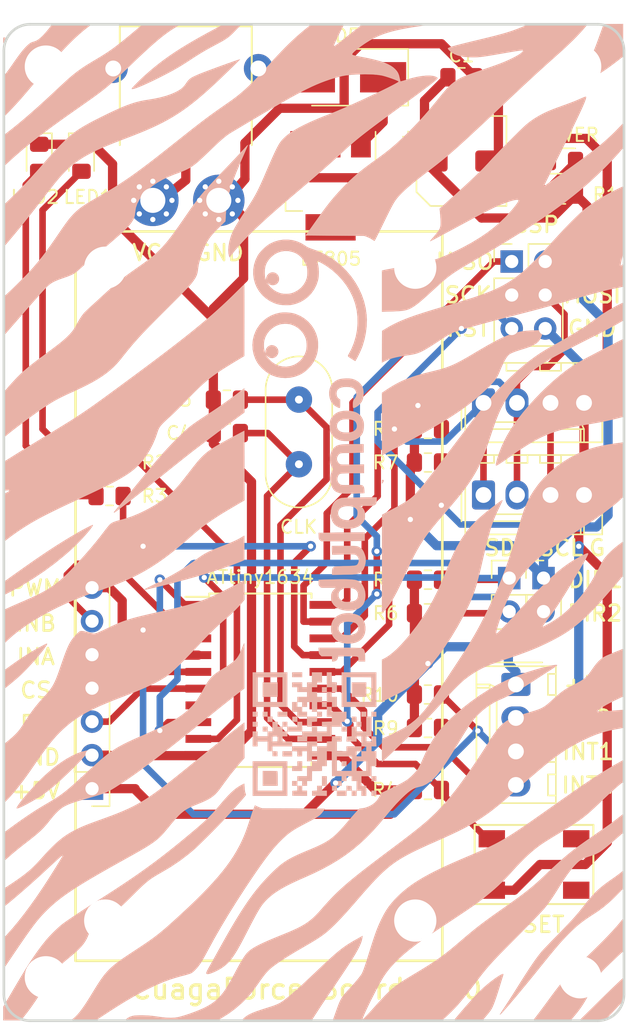
<source format=kicad_pcb>
(kicad_pcb (version 20171130) (host pcbnew 5.0.2-bee76a0~70~ubuntu16.04.1)
  (layers (0 F.Cu signal) (31 B.Cu signal) (34 B.Paste user hide) (35 F.Paste user hide) (36 B.SilkS user hide) (37 F.SilkS user) (38 B.Mask user) (39 F.Mask user) (44 Edge.Cuts user))
  (net 0 "")
  (net 1 +5V)
  (net 2 Earth)
  (net 3 "Net-(C3-Pad2)")
  (net 4 "Net-(C4-Pad2)")
  (net 5 "Net-(D1-Pad2)")
  (net 6 "Net-(D2-Pad2)")
  (net 7 RESET)
  (net 8 VPP)
  (net 9 SCK-SCL)
  (net 10 CS)
  (net 11 PWM)
  (net 12 "Net-(R2-Pad1)")
  (net 13 INT2)
  (net 14 INT1)
  (net 15 "Net-(D0-Pad2)")
  (net 16 "Net-(D5-Pad1)")
  (net 17 MISO)
  (net 18 MOSI-SDA)
  (net 19 DIRECTION2)
  (net 20 DIRECTION1)
  (net 21 ENABLE)
  (net 22 INA)
  (net 23 INB)
  (net 24 "Net-(R3-Pad1)")
  (net 25 HANDSHAKE)
  (module Connector_PinHeader_2.54mm:PinHeader_2x03_P2.54mm_Vertical (layer F.Cu) (at 130.81 49.53)
    (fp_text reference ICSP (at 1.524 -2.794) (layer F.SilkS) (effects (font (size 1.2 1.2) (thickness 0.2))))
    (fp_text value ICSP)
    (pad 1 thru_hole rect (at 0 0) (size 1.7 1.7) (drill 1) (layers *.Cu *.Mask) (net 17 MISO))
    (pad 2 thru_hole oval (at 2.54 0) (size 1.7 1.7) (drill 1) (layers *.Cu *.Mask) (net 1 +5V))
    (pad 3 thru_hole oval (at 0 2.54) (size 1.7 1.7) (drill 1) (layers *.Cu *.Mask) (net 9 SCK-SCL))
    (pad 4 thru_hole oval (at 2.54 2.54) (size 1.7 1.7) (drill 1) (layers *.Cu *.Mask) (net 18 MOSI-SDA))
    (pad 5 thru_hole oval (at 0 5.08) (size 1.7 1.7) (drill 1) (layers *.Cu *.Mask) (net 7 RESET))
    (pad 6 thru_hole oval (at 2.54 5.08) (size 1.7 1.7) (drill 1) (layers *.Cu *.Mask) (net 2 Earth))
  )
  (module proyectoAjeno:XT30PW-F (layer F.Cu) (at 106.108 44.8945)
    (fp_text reference " " hide)
    (fp_text value XT30)
    (pad 2 thru_hole circle (at -2.5 0) (size 3.9 3.9) (drill 1.9) (layers *.Cu *.Mask) (net 8 VPP))
    (pad 1 thru_hole circle (at 2.5 0) (size 3.9 3.9) (drill 1.9) (layers *.Cu *.Mask) (net 2 Earth))
    (pad "" thru_hole circle (at 5.5 -10) (size 2.2 2.2) (drill 1.2) (layers *.Cu *.Mask))
    (pad "" thru_hole circle (at -5.5 -10) (size 2.2 2.2) (drill 1.2) (layers *.Cu *.Mask))
    (pad "" thru_hole circle (at -3.95 0) (size 0.6 0.6) (drill 0.4) (layers *.Cu *.Mask))
    (pad "" thru_hole circle (at -3.525 1.025) (size 0.6 0.6) (drill 0.4) (layers *.Cu *.Mask))
    (pad "" thru_hole circle (at -2.5 1.45) (size 0.6 0.6) (drill 0.4) (layers *.Cu *.Mask))
    (pad "" thru_hole circle (at -1.05 0) (size 0.6 0.6) (drill 0.4) (layers *.Cu *.Mask))
    (pad "" thru_hole circle (at -1.475 1.025) (size 0.6 0.6) (drill 0.4) (layers *.Cu *.Mask))
    (pad "" thru_hole circle (at -1.475 -1.025) (size 0.6 0.6) (drill 0.4) (layers *.Cu *.Mask))
    (pad "" thru_hole circle (at -2.5 -1.45) (size 0.6 0.6) (drill 0.4) (layers *.Cu *.Mask))
    (pad "" thru_hole circle (at -3.525 -1.025) (size 0.6 0.6) (drill 0.4) (layers *.Cu *.Mask))
    (pad "" thru_hole circle (at 3.95 0) (size 0.6 0.6) (drill 0.4) (layers *.Cu *.Mask))
    (pad "" thru_hole circle (at 3.525 1.025) (size 0.6 0.6) (drill 0.4) (layers *.Cu *.Mask))
    (pad "" thru_hole circle (at 2.5 1.45) (size 0.6 0.6) (drill 0.4) (layers *.Cu *.Mask))
    (pad "" thru_hole circle (at 1.475 1.025) (size 0.6 0.6) (drill 0.4) (layers *.Cu *.Mask))
    (pad "" thru_hole circle (at 1.05 0) (size 0.6 0.6) (drill 0.4) (layers *.Cu *.Mask))
    (pad "" thru_hole circle (at 1.475 -1.025) (size 0.6 0.6) (drill 0.4) (layers *.Cu *.Mask))
    (pad "" thru_hole circle (at 2.5 -1.45) (size 0.6 0.6) (drill 0.4) (layers *.Cu *.Mask))
    (pad "" thru_hole circle (at 3.525 -1.025) (size 0.6 0.6) (drill 0.4) (layers *.Cu *.Mask))
  )
  (module Resistor_SMD:R_0805_2012Metric_Pad1.15x1.40mm_HandSolder (layer F.Cu) (at 124.46 82.3595)
    (fp_text reference R10 (at -3.6576 0.0381) (layer F.SilkS))
    (fp_text value R10K)
    (pad 2 smd roundrect (at 1.025 0) (size 1.15 1.4) (layers F.Cu F.Paste F.Mask) (roundrect_rratio 0.217391) (net 14 INT1))
    (pad 1 smd roundrect (at -1.025 0) (size 1.15 1.4) (layers F.Cu F.Paste F.Mask) (roundrect_rratio 0.217391) (net 1 +5V))
  )
  (module Capacitor_SMD:C_0805_2012Metric_Pad1.15x1.40mm_HandSolder (layer F.Cu) (at 127 35.56)
    (fp_text reference C1 (at 0 -1.65) (layer F.SilkS))
    (fp_text value C100nF)
    (pad 1 smd roundrect (at -1.025 0) (size 1.15 1.4) (layers F.Cu F.Paste F.Mask) (roundrect_rratio 0.217391) (net 1 +5V))
    (pad 2 smd roundrect (at 1.025 0) (size 1.15 1.4) (layers F.Cu F.Paste F.Mask) (roundrect_rratio 0.217391) (net 2 Earth))
  )
  (module Capacitor_SMD:CP_Elec_6.3x5.3 (layer F.Cu) (at 127 41.91)
    (fp_text reference C2 (at 0 -4.35) (layer F.SilkS))
    (fp_text value CP47uF)
    (pad 1 smd roundrect (at -2.8 0) (size 3.5 1.6) (layers F.Cu F.Paste F.Mask) (roundrect_rratio 0.15625) (net 1 +5V))
    (pad 2 smd roundrect (at 2.8 0) (size 3.5 1.6) (layers F.Cu F.Paste F.Mask) (roundrect_rratio 0.15625) (net 2 Earth))
  )
  (module Capacitor_SMD:C_0805_2012Metric_Pad1.15x1.40mm_HandSolder (layer F.Cu) (at 109.22 60.0075)
    (fp_text reference C3 (at -3.62 0) (layer F.SilkS))
    (fp_text value C22pF)
    (pad 1 smd roundrect (at -1.025 0) (size 1.15 1.4) (layers F.Cu F.Paste F.Mask) (roundrect_rratio 0.217391) (net 2 Earth))
    (pad 2 smd roundrect (at 1.025 0) (size 1.15 1.4) (layers F.Cu F.Paste F.Mask) (roundrect_rratio 0.217391) (net 3 "Net-(C3-Pad2)"))
  )
  (module Capacitor_SMD:C_0805_2012Metric_Pad1.15x1.40mm_HandSolder (layer F.Cu) (at 109.22 62.54)
    (fp_text reference C4 (at -3.62 0) (layer F.SilkS))
    (fp_text value C22pF)
    (pad 2 smd roundrect (at 1.025 0) (size 1.15 1.4) (layers F.Cu F.Paste F.Mask) (roundrect_rratio 0.217391) (net 4 "Net-(C4-Pad2)"))
    (pad 1 smd roundrect (at -1.025 0) (size 1.15 1.4) (layers F.Cu F.Paste F.Mask) (roundrect_rratio 0.217391) (net 2 Earth))
  )
  (module LED_SMD:LED_0805_2012Metric_Pad1.15x1.40mm_HandSolder (layer F.Cu) (at 134.62 41.91)
    (fp_text reference POWER (at 0.245 -1.9812) (layer F.SilkS))
    (fp_text value LED)
    (pad 1 smd roundrect (at -1.025 0) (size 1.15 1.4) (layers F.Cu F.Paste F.Mask) (roundrect_rratio 0.217391) (net 2 Earth))
    (pad 2 smd roundrect (at 1.025 0) (size 1.15 1.4) (layers F.Cu F.Paste F.Mask) (roundrect_rratio 0.217391) (net 15 "Net-(D0-Pad2)"))
  )
  (module LED_SMD:LED_0805_2012Metric_Pad1.15x1.40mm_HandSolder (layer F.Cu) (at 98.2 41.665 270)
    (fp_text reference LED1 (at 2.9755 -0.479 180) (layer F.SilkS))
    (fp_text value LED)
    (pad 1 smd roundrect (at -1.025 0 270) (size 1.15 1.4) (layers F.Cu F.Paste F.Mask) (roundrect_rratio 0.217391) (net 2 Earth))
    (pad 2 smd roundrect (at 1.025 0 270) (size 1.15 1.4) (layers F.Cu F.Paste F.Mask) (roundrect_rratio 0.217391) (net 5 "Net-(D1-Pad2)"))
  )
  (module LED_SMD:LED_0805_2012Metric_Pad1.15x1.40mm_HandSolder (layer F.Cu) (at 95 41.665 270)
    (fp_text reference LED2 (at 2.9755 0.3215 180) (layer F.SilkS))
    (fp_text value LED)
    (pad 2 smd roundrect (at 1.025 0 270) (size 1.15 1.4) (layers F.Cu F.Paste F.Mask) (roundrect_rratio 0.217391) (net 6 "Net-(D2-Pad2)"))
    (pad 1 smd roundrect (at -1.025 0 270) (size 1.15 1.4) (layers F.Cu F.Paste F.Mask) (roundrect_rratio 0.217391) (net 2 Earth))
  )
  (module Diode_SMD:D_SMB_Handsoldering (layer F.Cu) (at 118.364 35.56 180)
    (fp_text reference D5 (at 0 3.16 180) (layer F.SilkS))
    (fp_text value US2D)
    (pad 1 smd rect (at -2.7 0 180) (size 3.5 2.3) (layers F.Cu F.Paste F.Mask) (net 16 "Net-(D5-Pad1)"))
    (pad 2 smd rect (at 2.7 0 180) (size 3.5 2.3) (layers F.Cu F.Paste F.Mask) (net 8 VPP))
  )
  (module MountingHole:MountingHole_3.2mm_M3 (layer F.Cu) (at 136 34.75)
    (fp_text reference " " (at 0 -4.2) (layer F.SilkS))
    (fp_text value MountingHole)
    (pad 1 np_thru_hole circle (at 0 0) (size 3.2 3.2) (drill 3.2) (layers *.Cu *.Mask))
  )
  (module MountingHole:MountingHole_3.2mm_M3 (layer F.Cu) (at 95.5 34.75)
    (fp_text reference " " (at 0 -4.2) (layer F.SilkS))
    (fp_text value MountingHole)
    (pad 1 np_thru_hole circle (at 0 0) (size 3.2 3.2) (drill 3.2) (layers *.Cu *.Mask))
  )
  (module MountingHole:MountingHole_3.2mm_M3 (layer F.Cu) (at 95.5 103.8)
    (fp_text reference " " (at 0 -4.2) (layer F.SilkS))
    (fp_text value MountingHole)
    (pad 1 np_thru_hole circle (at 0 0) (size 3.2 3.2) (drill 3.2) (layers *.Cu *.Mask))
  )
  (module MountingHole:MountingHole_3.2mm_M3 (layer F.Cu) (at 123.5 99.5)
    (fp_text reference " " (at 0 -4.2 90) (layer F.SilkS))
    (fp_text value MountingHole)
    (pad 1 np_thru_hole circle (at 0 0) (size 3.2 3.2) (drill 3.2) (layers *.Cu *.Mask))
  )
  (module MountingHole:MountingHole_3.2mm_M3 (layer F.Cu) (at 100 99.5)
    (fp_text reference " " (at 0 -4.2) (layer F.SilkS))
    (fp_text value MountingHole)
    (pad 1 np_thru_hole circle (at 0 0) (size 3.2 3.2) (drill 3.2) (layers *.Cu *.Mask))
  )
  (module MountingHole:MountingHole_3.2mm_M3 (layer F.Cu) (at 136 103.8)
    (fp_text reference " " (at 0 -4.2) (layer F.SilkS))
    (fp_text value MountingHole)
    (pad 1 np_thru_hole circle (at 0 0) (size 3.2 3.2) (drill 3.2) (layers *.Cu *.Mask))
  )
  (module MountingHole:MountingHole_3.2mm_M3 (layer F.Cu) (at 100 50)
    (fp_text reference " " (at 0 -4.2) (layer F.SilkS))
    (fp_text value MountingHole)
    (pad 1 np_thru_hole circle (at 0 0) (size 3.2 3.2) (drill 3.2) (layers *.Cu *.Mask))
  )
  (module MountingHole:MountingHole_3.2mm_M3 (layer F.Cu) (at 123.5 50)
    (fp_text reference " " (at 0 -4.2) (layer F.SilkS))
    (fp_text value MountingHole)
    (pad 1 np_thru_hole circle (at 0 0) (size 3.2 3.2) (drill 3.2) (layers *.Cu *.Mask))
  )
  (module Connector_PinHeader_2.54mm:PinHeader_1x02_P2.54mm_Vertical (layer F.Cu) (at 130.62 73.533)
    (fp_text reference " " (at 0 -2.33) (layer F.SilkS))
    (fp_text value JUMPER1)
    (pad 2 thru_hole oval (at 0 2.54) (size 1.7 1.7) (drill 1) (layers *.Cu *.Mask) (net 19 DIRECTION2))
    (pad 1 thru_hole rect (at 0 0) (size 1.7 1.7) (drill 1) (layers *.Cu *.Mask) (net 20 DIRECTION1))
  )
  (module Connector_PinHeader_2.54mm:PinHeader_1x02_P2.54mm_Vertical (layer F.Cu) (at 133.223 73.533)
    (fp_text reference " " (at 0 -2.33) (layer F.SilkS))
    (fp_text value JUMPER2)
    (pad 1 thru_hole rect (at 0 0) (size 1.7 1.7) (drill 1) (layers *.Cu *.Mask) (net 1 +5V))
    (pad 2 thru_hole oval (at 0 2.54) (size 1.7 1.7) (drill 1) (layers *.Cu *.Mask) (net 1 +5V))
  )
  (module Connector_PinHeader_2.54mm:PinHeader_1x07_P2.54mm_Vertical (layer F.Cu) (at 99 89.5 180)
    (fp_text reference " " (at 0 -2.33 180) (layer F.SilkS))
    (fp_text value "Puerto Motores")
    (pad 1 thru_hole rect (at 0 0 180) (size 1.7 1.7) (drill 1) (layers *.Cu *.Mask) (net 1 +5V))
    (pad 2 thru_hole oval (at 0 2.54 180) (size 1.7 1.7) (drill 1) (layers *.Cu *.Mask) (net 2 Earth))
    (pad 3 thru_hole oval (at 0 5.08 180) (size 1.7 1.7) (drill 1) (layers *.Cu *.Mask) (net 21 ENABLE))
    (pad 4 thru_hole oval (at 0 7.62 180) (size 1.7 1.7) (drill 1) (layers *.Cu *.Mask) (net 10 CS))
    (pad 5 thru_hole oval (at 0 10.16 180) (size 1.7 1.7) (drill 1) (layers *.Cu *.Mask) (net 22 INA))
    (pad 6 thru_hole oval (at 0 12.7 180) (size 1.7 1.7) (drill 1) (layers *.Cu *.Mask) (net 23 INB))
    (pad 7 thru_hole oval (at 0 15.24 180) (size 1.7 1.7) (drill 1) (layers *.Cu *.Mask) (net 11 PWM))
  )
  (module Resistor_SMD:R_0805_2012Metric_Pad1.15x1.40mm_HandSolder (layer F.Cu) (at 134.62 44.45)
    (fp_text reference R1 (at 3.302 0) (layer F.SilkS))
    (fp_text value R330)
    (pad 1 smd roundrect (at -1.025 0) (size 1.15 1.4) (layers F.Cu F.Paste F.Mask) (roundrect_rratio 0.217391) (net 15 "Net-(D0-Pad2)"))
    (pad 2 smd roundrect (at 1.025 0) (size 1.15 1.4) (layers F.Cu F.Paste F.Mask) (roundrect_rratio 0.217391) (net 1 +5V))
  )
  (module Resistor_SMD:R_0805_2012Metric_Pad1.15x1.40mm_HandSolder (layer F.Cu) (at 100.33 64.77 180)
    (fp_text reference R2 (at -3.4036 0) (layer F.SilkS))
    (fp_text value R330)
    (pad 1 smd roundrect (at -1.025 0 180) (size 1.15 1.4) (layers F.Cu F.Paste F.Mask) (roundrect_rratio 0.217391) (net 12 "Net-(R2-Pad1)"))
    (pad 2 smd roundrect (at 1.025 0 180) (size 1.15 1.4) (layers F.Cu F.Paste F.Mask) (roundrect_rratio 0.217391) (net 5 "Net-(D1-Pad2)"))
  )
  (module Resistor_SMD:R_0805_2012Metric_Pad1.15x1.40mm_HandSolder (layer F.Cu) (at 100.33 67.31 180)
    (fp_text reference R3 (at -3.4036 0) (layer F.SilkS))
    (fp_text value R330)
    (pad 2 smd roundrect (at 1.025 0 180) (size 1.15 1.4) (layers F.Cu F.Paste F.Mask) (roundrect_rratio 0.217391) (net 6 "Net-(D2-Pad2)"))
    (pad 1 smd roundrect (at -1.025 0 180) (size 1.15 1.4) (layers F.Cu F.Paste F.Mask) (roundrect_rratio 0.217391) (net 24 "Net-(R3-Pad1)"))
  )
  (module Resistor_SMD:R_0805_2012Metric_Pad1.15x1.40mm_HandSolder (layer F.Cu) (at 124.46 89.6)
    (fp_text reference R4 (at -3.2512 0) (layer F.SilkS))
    (fp_text value R10K)
    (pad 1 smd roundrect (at -1.025 0) (size 1.15 1.4) (layers F.Cu F.Paste F.Mask) (roundrect_rratio 0.217391) (net 1 +5V))
    (pad 2 smd roundrect (at 1.025 0) (size 1.15 1.4) (layers F.Cu F.Paste F.Mask) (roundrect_rratio 0.217391) (net 7 RESET))
  )
  (module Resistor_SMD:R_0805_2012Metric_Pad1.15x1.40mm_HandSolder (layer F.Cu) (at 124.46 73.66)
    (fp_text reference R5 (at -3.2004 0) (layer F.SilkS))
    (fp_text value R10K)
    (pad 1 smd roundrect (at -1.025 0) (size 1.15 1.4) (layers F.Cu F.Paste F.Mask) (roundrect_rratio 0.217391) (net 1 +5V))
    (pad 2 smd roundrect (at 1.025 0) (size 1.15 1.4) (layers F.Cu F.Paste F.Mask) (roundrect_rratio 0.217391) (net 20 DIRECTION1))
  )
  (module Resistor_SMD:R_0805_2012Metric_Pad1.15x1.40mm_HandSolder (layer F.Cu) (at 124.46 76.2)
    (fp_text reference R6 (at -3.2004 0) (layer F.SilkS))
    (fp_text value R10K)
    (pad 2 smd roundrect (at 1.025 0) (size 1.15 1.4) (layers F.Cu F.Paste F.Mask) (roundrect_rratio 0.217391) (net 19 DIRECTION2))
    (pad 1 smd roundrect (at -1.025 0) (size 1.15 1.4) (layers F.Cu F.Paste F.Mask) (roundrect_rratio 0.217391) (net 1 +5V))
  )
  (module Resistor_SMD:R_0805_2012Metric_Pad1.15x1.40mm_HandSolder (layer F.Cu) (at 124.46 64.77 180)
    (fp_text reference R7 (at 3.21 0) (layer F.SilkS))
    (fp_text value R10K)
    (pad 2 smd roundrect (at 1.025 0 180) (size 1.15 1.4) (layers F.Cu F.Paste F.Mask) (roundrect_rratio 0.217391) (net 1 +5V))
    (pad 1 smd roundrect (at -1.025 0 180) (size 1.15 1.4) (layers F.Cu F.Paste F.Mask) (roundrect_rratio 0.217391) (net 9 SCK-SCL))
  )
  (module Resistor_SMD:R_0805_2012Metric_Pad1.15x1.40mm_HandSolder (layer F.Cu) (at 124.46 62.23)
    (fp_text reference R8 (at -3.21 0) (layer F.SilkS))
    (fp_text value R10K)
    (pad 2 smd roundrect (at 1.025 0) (size 1.15 1.4) (layers F.Cu F.Paste F.Mask) (roundrect_rratio 0.217391) (net 18 MOSI-SDA))
    (pad 1 smd roundrect (at -1.025 0) (size 1.15 1.4) (layers F.Cu F.Paste F.Mask) (roundrect_rratio 0.217391) (net 1 +5V))
  )
  (module Resistor_SMD:R_0805_2012Metric_Pad1.15x1.40mm_HandSolder (layer F.Cu) (at 124.46 84.8995)
    (fp_text reference R9 (at -3.2004 0.0254) (layer F.SilkS))
    (fp_text value R10K)
    (pad 1 smd roundrect (at -1.025 0) (size 1.15 1.4) (layers F.Cu F.Paste F.Mask) (roundrect_rratio 0.217391) (net 1 +5V))
    (pad 2 smd roundrect (at 1.025 0) (size 1.15 1.4) (layers F.Cu F.Paste F.Mask) (roundrect_rratio 0.217391) (net 13 INT2))
  )
  (module huellas:Pulsador_5,2x5,2 (layer F.Cu) (at 132.5 95.25 180)
    (fp_text reference " " (at 0 0.5) (layer F.SilkS))
    (fp_text value SW_Push)
    (pad 1 smd rect (at 3.2 1.95 180) (size 2 1.3) (layers F.Cu F.Paste F.Mask) (net 7 RESET))
    (pad 2 smd rect (at 3.2 -1.95 180) (size 2 1.3) (layers F.Cu F.Paste F.Mask) (net 2 Earth))
    (pad 3 smd rect (at -3.2 -1.95 180) (size 2 1.3) (layers F.Cu F.Paste F.Mask))
    (pad 4 smd rect (at -3.2 1.95 180) (size 2 1.3) (layers F.Cu F.Paste F.Mask))
  )
  (module Package_SO:SOIC-20W_7.5x12.8mm_P1.27mm (layer F.Cu) (at 111.76 81.28)
    (fp_text reference ATtiny1634 (at 0 -7.8232) (layer F.SilkS))
    (fp_text value ATtiny1634-SU)
    (pad 1 smd rect (at -4.7 -5.715) (size 1.95 0.6) (layers F.Cu F.Paste F.Mask) (net 14 INT1))
    (pad 2 smd rect (at -4.7 -4.445) (size 1.95 0.6) (layers F.Cu F.Paste F.Mask) (net 23 INB))
    (pad 3 smd rect (at -4.7 -3.175) (size 1.95 0.6) (layers F.Cu F.Paste F.Mask) (net 22 INA))
    (pad 4 smd rect (at -4.7 -1.905) (size 1.95 0.6) (layers F.Cu F.Paste F.Mask) (net 11 PWM))
    (pad 5 smd rect (at -4.7 -0.635) (size 1.95 0.6) (layers F.Cu F.Paste F.Mask) (net 10 CS))
    (pad 6 smd rect (at -4.7 0.635) (size 1.95 0.6) (layers F.Cu F.Paste F.Mask) (net 21 ENABLE))
    (pad 7 smd rect (at -4.7 1.905) (size 1.95 0.6) (layers F.Cu F.Paste F.Mask) (net 19 DIRECTION2))
    (pad 8 smd rect (at -4.7 3.175) (size 1.95 0.6) (layers F.Cu F.Paste F.Mask) (net 20 DIRECTION1))
    (pad 9 smd rect (at -4.7 4.445) (size 1.95 0.6) (layers F.Cu F.Paste F.Mask) (net 12 "Net-(R2-Pad1)"))
    (pad 10 smd rect (at -4.7 5.715) (size 1.95 0.6) (layers F.Cu F.Paste F.Mask) (net 2 Earth))
    (pad 11 smd rect (at 4.7 5.715) (size 1.95 0.6) (layers F.Cu F.Paste F.Mask) (net 1 +5V))
    (pad 12 smd rect (at 4.7 4.445) (size 1.95 0.6) (layers F.Cu F.Paste F.Mask) (net 4 "Net-(C4-Pad2)"))
    (pad 13 smd rect (at 4.7 3.175) (size 1.95 0.6) (layers F.Cu F.Paste F.Mask) (net 3 "Net-(C3-Pad2)"))
    (pad 14 smd rect (at 4.7 1.905) (size 1.95 0.6) (layers F.Cu F.Paste F.Mask) (net 7 RESET))
    (pad 15 smd rect (at 4.7 0.635) (size 1.95 0.6) (layers F.Cu F.Paste F.Mask) (net 13 INT2))
    (pad 16 smd rect (at 4.7 -0.635) (size 1.95 0.6) (layers F.Cu F.Paste F.Mask) (net 9 SCK-SCL))
    (pad 17 smd rect (at 4.7 -1.905) (size 1.95 0.6) (layers F.Cu F.Paste F.Mask) (net 24 "Net-(R3-Pad1)"))
    (pad 18 smd rect (at 4.7 -3.175) (size 1.95 0.6) (layers F.Cu F.Paste F.Mask) (net 25 HANDSHAKE))
    (pad 19 smd rect (at 4.7 -4.445) (size 1.95 0.6) (layers F.Cu F.Paste F.Mask) (net 17 MISO))
    (pad 20 smd rect (at 4.7 -5.715) (size 1.95 0.6) (layers F.Cu F.Paste F.Mask) (net 18 MOSI-SDA))
  )
  (module Package_TO_SOT_SMD:SOT-223 (layer F.Cu) (at 117.08 43.79 270)
    (fp_text reference L7805 (at 5.5368 -0.014) (layer F.SilkS))
    (fp_text value L7805)
    (pad 4 smd rect (at 3.15 0 270) (size 2 3.8) (layers F.Cu F.Paste F.Mask))
    (pad 2 smd rect (at -3.15 0 270) (size 2 1.5) (layers F.Cu F.Paste F.Mask) (net 2 Earth))
    (pad 3 smd rect (at -3.15 2.3 270) (size 2 1.5) (layers F.Cu F.Paste F.Mask) (net 1 +5V))
    (pad 1 smd rect (at -3.15 -2.3 270) (size 2 1.5) (layers F.Cu F.Paste F.Mask) (net 16 "Net-(D5-Pad1)"))
  )
  (module Compluino_03:Crystal (layer F.Cu) (at 114.681 60 270)
    (fp_text reference CLK (at 9.652 0.0254) (layer F.SilkS))
    (fp_text value "Crystal 16MHz")
    (pad 1 thru_hole circle (at 0 0 270) (size 2 2) (drill 0.6) (layers *.Cu *.Mask) (net 3 "Net-(C3-Pad2)"))
    (pad 2 thru_hole circle (at 4.9 0 270) (size 2 2) (drill 0.6) (layers *.Cu *.Mask) (net 4 "Net-(C4-Pad2)"))
  )
  (module huellas:zebra_n (layer B.Cu) (at 115.75 69.275 270)
    (fp_text reference G*** hide)
    (fp_text value LOGO hide)
  )
  (module Connector_Molex:Molex_KK-254_AE-6410-04A_1x04_P2.54mm_Vertical (layer F.Cu) (at 128.67 60.247109)
    (fp_text reference " " (at 3.81 -4.12) (layer F.SilkS))
    (fp_text value I2C_IN)
    (pad 4 thru_hole oval (at 7.62 0) (size 1.74 2.2) (drill 1.2) (layers *.Cu *.Mask) (net 2 Earth))
    (pad 3 thru_hole oval (at 5.08 0) (size 1.74 2.2) (drill 1.2) (layers *.Cu *.Mask) (net 9 SCK-SCL))
    (pad 2 thru_hole oval (at 2.54 0) (size 1.74 2.2) (drill 1.2) (layers *.Cu *.Mask) (net 18 MOSI-SDA))
    (pad 1 thru_hole roundrect (at 0 0) (size 1.74 2.2) (drill 1.2) (layers *.Cu *.Mask) (roundrect_rratio 0.143678) (net 25 HANDSHAKE))
  )
  (module Connector_Molex:Molex_KK-254_AE-6410-04A_1x04_P2.54mm_Vertical (layer F.Cu) (at 128.67 67.232109)
    (fp_text reference " " (at 3.81 -4.12) (layer F.SilkS))
    (fp_text value I2C_OUT)
    (pad 1 thru_hole roundrect (at 0 0) (size 1.74 2.2) (drill 1.2) (layers *.Cu *.Mask) (roundrect_rratio 0.143678) (net 25 HANDSHAKE))
    (pad 2 thru_hole oval (at 2.54 0) (size 1.74 2.2) (drill 1.2) (layers *.Cu *.Mask) (net 18 MOSI-SDA))
    (pad 3 thru_hole oval (at 5.08 0) (size 1.74 2.2) (drill 1.2) (layers *.Cu *.Mask) (net 9 SCK-SCL))
    (pad 4 thru_hole oval (at 7.62 0) (size 1.74 2.2) (drill 1.2) (layers *.Cu *.Mask) (net 2 Earth))
  )
  (module Connector_Molex:Molex_KK-254_AE-6410-04A_1x04_P2.54mm_Vertical (layer F.Cu) (at 131.1275 81.5975 270)
    (fp_text reference " " (at 3.81 -4.12 270) (layer F.SilkS))
    (fp_text value Puerto_Encoders)
    (pad 1 thru_hole roundrect (at 0 0 270) (size 1.74 2.2) (drill 1.2) (layers *.Cu *.Mask) (roundrect_rratio 0.143678) (net 1 +5V))
    (pad 2 thru_hole oval (at 2.54 0 270) (size 1.74 2.2) (drill 1.2) (layers *.Cu *.Mask) (net 2 Earth))
    (pad 3 thru_hole oval (at 5.08 0 270) (size 1.74 2.2) (drill 1.2) (layers *.Cu *.Mask) (net 14 INT1))
    (pad 4 thru_hole oval (at 7.62 0 270) (size 1.74 2.2) (drill 1.2) (layers *.Cu *.Mask) (net 13 INT2))
  )
  (gr_text " \n" (at 138.557 63.754) (layer F.SilkS) (effects (font (size 1.2 1.2) (thickness 0.2))))
  (gr_arc (start 94.319 105.0925) (end 92.319 105.0925) (angle -90) (layer Edge.Cuts) (width 0.2))
  (gr_line (start 137.319 31.5425) (end 94.319 31.5425) (layer Edge.Cuts) (width 0.2))
  (gr_arc (start 137.319 105.0925) (end 137.319 107.0925) (angle -90) (layer Edge.Cuts) (width 0.2))
  (gr_arc (start 137.319 33.5425) (end 139.319 33.5425) (angle -90) (layer Edge.Cuts) (width 0.2))
  (gr_arc (start 94.319 33.5425) (end 94.319 31.5425) (angle -90) (layer Edge.Cuts) (width 0.2))
  (gr_line (start 94.319 107.0925) (end 137.319 107.0925) (layer Edge.Cuts) (width 0.2))
  (gr_line (start 92.319 33.5425) (end 92.319 105.0925) (layer Edge.Cuts) (width 0.2))
  (gr_line (start 139.319 105.0925) (end 139.319 33.5425) (layer Edge.Cuts) (width 0.2))
  (gr_text "+5V\n" (at 136.6012 81.62) (layer F.SilkS) (effects (font (size 1.2 1.2) (thickness 0.2))))
  (gr_text "GND\n" (at 136.6012 84.16) (layer F.SilkS) (effects (font (size 1.2 1.2) (thickness 0.2))))
  (gr_text "H\n" (at 127.635 71.247) (layer F.SilkS) (effects (font (size 1.2 1.2) (thickness 0.2))))
  (gr_text SDA (at 130.429 71.247) (layer F.SilkS) (effects (font (size 1.2 1.2) (thickness 0.2))))
  (gr_text GND (at 108.6612 48.8696) (layer F.SilkS) (effects (font (size 1.2 1.2) (thickness 0.2))))
  (gr_text "VCC\n" (at 103.7844 48.8696) (layer F.SilkS) (effects (font (size 1.2 1.2) (thickness 0.2))))
  (gr_text "CuagaForce Board v3.0" (at 115.2652 104.6988) (layer F.SilkS) (effects (font (size 1.5 1.5) (thickness 0.25))))
  (gr_text DIR2 (at 137.1092 76.2) (layer F.SilkS) (effects (font (size 1.2 1.2) (thickness 0.2))))
  (gr_text DIR1 (at 137.16 73.66) (layer F.SilkS) (effects (font (size 1.2 1.2) (thickness 0.2))))
  (gr_text "INT2\n" (at 136.5504 89.24) (layer F.SilkS) (effects (font (size 1.2 1.2) (thickness 0.2))))
  (gr_text INT1 (at 136.6012 86.7) (layer F.SilkS) (effects (font (size 1.2 1.2) (thickness 0.2))))
  (gr_text RESET (at 132.08 99.8) (layer F.SilkS) (effects (font (size 1.2 1.2) (thickness 0.2))))
  (gr_text RST (at 127.508 54.61) (layer F.SilkS) (effects (font (size 1.2 1.2) (thickness 0.2))))
  (gr_text "SCK\n" (at 127.508 52.07) (layer F.SilkS) (effects (font (size 1.2 1.2) (thickness 0.2))))
  (gr_text "MISO\n" (at 127.254 49.53) (layer F.SilkS) (effects (font (size 1.2 1.2) (thickness 0.2))))
  (gr_text "GND\n" (at 136.906 54.61) (layer F.SilkS) (effects (font (size 1.2 1.2) (thickness 0.2))))
  (gr_text "MOSI\n" (at 136.906 52.07) (layer F.SilkS) (effects (font (size 1.2 1.2) (thickness 0.2))))
  (gr_text +5V (at 136.906 49.53) (layer F.SilkS) (effects (font (size 1.2 1.2) (thickness 0.2))))
  (gr_text "G\n" (at 137.287 71.247) (layer F.SilkS) (effects (font (size 1.2 1.2) (thickness 0.2))))
  (gr_text "SCL\n" (at 134.5565 71.247) (layer F.SilkS) (effects (font (size 1.2 1.2) (thickness 0.2))))
  (gr_text " \n" (at 137.16 62.5) (layer F.SilkS) (effects (font (size 1.2 1.2) (thickness 0.2))))
  (gr_text +5V (at 94.742 89.662) (layer F.SilkS) (effects (font (size 1.2 1.2) (thickness 0.2))))
  (gr_text GND (at 94.742 87.122) (layer F.SilkS) (effects (font (size 1.2 1.2) (thickness 0.2))))
  (gr_text "EN\n" (at 94.742 84.582) (layer F.SilkS) (effects (font (size 1.2 1.2) (thickness 0.2))))
  (gr_text CS (at 94.742 82.042) (layer F.SilkS) (effects (font (size 1.2 1.2) (thickness 0.2))))
  (gr_text INA (at 94.742 79.502) (layer F.SilkS) (effects (font (size 1.2 1.2) (thickness 0.2))))
  (gr_text INB (at 94.742 76.962) (layer F.SilkS) (effects (font (size 1.2 1.2) (thickness 0.2))))
  (gr_text "PWM\n" (at 94.6785 74.295) (layer F.SilkS) (effects (font (size 1.2 1.2) (thickness 0.2))))
  (gr_line (start 97.75 47.25) (end 97.75 102.55) (layer F.SilkS) (width 0.2))
  (gr_line (start 97.75 102.55) (end 125.55 102.55) (layer F.SilkS) (width 0.2))
  (gr_line (start 125.55 47.25) (end 125.55 102.55) (layer F.SilkS) (width 0.2))
  (gr_line (start 97.75 47.25) (end 125.55 47.25) (layer F.SilkS) (width 0.2))
  (segment (start 123.435 64.525) (end 123.19 64.77) (width 0.7) (layer F.Cu) (net 1))
  (segment (start 122.93 43.18) (end 124.2 41.91) (width 0.7) (layer F.Cu) (net 1))
  (segment (start 115.57 43.18) (end 122.93 43.18) (width 0.7) (layer F.Cu) (net 1))
  (segment (start 114.78 40.64) (end 114.78 42.39) (width 0.7) (layer F.Cu) (net 1))
  (segment (start 114.78 42.39) (end 115.57 43.18) (width 0.7) (layer F.Cu) (net 1))
  (segment (start 104.14 91.44) (end 113.03 91.44) (width 0.7) (layer F.Cu) (net 1))
  (segment (start 102.27 89.5) (end 102.27 89.57) (width 0.7) (layer F.Cu) (net 1))
  (segment (start 99 89.5) (end 102.27 89.5) (width 0.7) (layer F.Cu) (net 1))
  (segment (start 102.27 89.57) (end 104.14 91.44) (width 0.7) (layer F.Cu) (net 1))
  (via (at 124.46 80.01) (size 0.8) (drill 0.4) (layers F.Cu B.Cu) (net 1))
  (segment (start 123.435 82.3595) (end 123.435 81.035) (width 0.7) (layer F.Cu) (net 1))
  (segment (start 123.435 81.035) (end 124.46 80.01) (width 0.7) (layer F.Cu) (net 1))
  (segment (start 133.223 73.533) (end 133.223 76.073) (width 0.7) (layer F.Cu) (net 1))
  (segment (start 136.52349 45.32849) (end 135.645 44.45) (width 0.7) (layer F.Cu) (net 1))
  (segment (start 124.2 37.335) (end 125.975 35.56) (width 0.7) (layer F.Cu) (net 1))
  (segment (start 124.2 41.91) (end 124.2 37.335) (width 0.7) (layer F.Cu) (net 1))
  (segment (start 134.62 49.53) (end 136.52349 47.62651) (width 0.7) (layer F.Cu) (net 1))
  (segment (start 133.35 49.53) (end 134.62 49.53) (width 0.7) (layer F.Cu) (net 1))
  (segment (start 136.52349 47.62651) (end 136.52349 45.32849) (width 0.7) (layer F.Cu) (net 1))
  (via (at 117.456644 89.07) (size 0.8) (drill 0.4) (layers F.Cu B.Cu) (net 1))
  (segment (start 113.03 91.44) (end 115.086644 91.44) (width 0.7) (layer F.Cu) (net 1))
  (segment (start 115.086644 91.44) (end 117.456644 89.07) (width 0.7) (layer F.Cu) (net 1))
  (segment (start 120.65 85.876644) (end 117.456644 89.07) (width 0.7) (layer B.Cu) (net 1))
  (segment (start 120.65 83.82) (end 120.65 85.876644) (width 0.7) (layer B.Cu) (net 1))
  (segment (start 124.46 80.01) (end 120.65 83.82) (width 0.7) (layer B.Cu) (net 1))
  (segment (start 125.73 78.74) (end 124.46 80.01) (width 0.7) (layer B.Cu) (net 1))
  (segment (start 130.556 78.74) (end 125.73 78.74) (width 0.7) (layer B.Cu) (net 1))
  (segment (start 133.223 76.073) (end 130.556 78.74) (width 0.7) (layer B.Cu) (net 1))
  (segment (start 125.07071 42.78071) (end 124.2 41.91) (width 0.7) (layer F.Cu) (net 1))
  (segment (start 128.5225 46.2325) (end 125.07071 42.78071) (width 0.7) (layer F.Cu) (net 1))
  (segment (start 133.8625 46.2325) (end 128.5225 46.2325) (width 0.7) (layer F.Cu) (net 1))
  (segment (start 135.645 44.45) (end 133.8625 46.2325) (width 0.7) (layer F.Cu) (net 1))
  (segment (start 121.595 91.44) (end 123.435 89.6) (width 0.7) (layer F.Cu) (net 1))
  (segment (start 113.03 91.44) (end 121.595 91.44) (width 0.7) (layer F.Cu) (net 1))
  (segment (start 120.4903 89.6) (end 123.435 89.6) (width 0.7) (layer F.Cu) (net 1))
  (segment (start 116.46 86.995) (end 117.8853 86.995) (width 0.7) (layer F.Cu) (net 1))
  (segment (start 117.8853 86.995) (end 120.4903 89.6) (width 0.7) (layer F.Cu) (net 1))
  (segment (start 123.435 82.3595) (end 123.435 84.8995) (width 0.7) (layer F.Cu) (net 1))
  (segment (start 123.435 73.66) (end 123.435 76.2) (width 0.7) (layer F.Cu) (net 1))
  (segment (start 123.435 78.985) (end 124.46 80.01) (width 0.7) (layer F.Cu) (net 1))
  (segment (start 123.435 76.2) (end 123.435 78.985) (width 0.7) (layer F.Cu) (net 1))
  (segment (start 123.435 62.23) (end 123.435 64.77) (width 0.7) (layer F.Cu) (net 1))
  (segment (start 138.1125 54.2925) (end 133.35 49.53) (width 0.7) (layer B.Cu) (net 1))
  (segment (start 138.1125 68.7705) (end 138.1125 54.2925) (width 0.7) (layer B.Cu) (net 1))
  (segment (start 133.223 73.533) (end 133.223 71.983) (width 0.7) (layer B.Cu) (net 1))
  (segment (start 135.5465 69.6595) (end 137.2235 69.6595) (width 0.7) (layer B.Cu) (net 1))
  (segment (start 133.223 71.983) (end 135.5465 69.6595) (width 0.7) (layer B.Cu) (net 1))
  (segment (start 137.2235 69.6595) (end 138.1125 68.7705) (width 0.7) (layer B.Cu) (net 1))
  (segment (start 133.223 73.445998) (end 133.223 73.533) (width 0.7) (layer B.Cu) (net 1))
  (segment (start 125.120814 71.076499) (end 130.853501 71.076499) (width 0.7) (layer B.Cu) (net 1))
  (segment (start 130.853501 71.076499) (end 133.223 73.445998) (width 0.7) (layer B.Cu) (net 1))
  (via (at 123.1265 69.088) (size 0.8) (drill 0.4) (layers F.Cu B.Cu) (net 1))
  (segment (start 125.114999 71.076499) (end 123.1265 69.088) (width 0.7) (layer B.Cu) (net 1))
  (segment (start 125.120814 71.076499) (end 125.114999 71.076499) (width 0.7) (layer B.Cu) (net 1))
  (segment (start 123.1265 65.0785) (end 123.435 64.77) (width 0.7) (layer F.Cu) (net 1))
  (segment (start 123.1265 69.088) (end 123.1265 65.0785) (width 0.7) (layer F.Cu) (net 1))
  (segment (start 130.556 80.056) (end 130.556 78.74) (width 0.7) (layer B.Cu) (net 1))
  (segment (start 131.1275 80.6275) (end 130.556 80.056) (width 0.7) (layer B.Cu) (net 1))
  (segment (start 131.1275 81.5975) (end 131.1275 80.6275) (width 0.7) (layer B.Cu) (net 1))
  (segment (start 133.35 41.91) (end 129.8 41.91) (width 0.7) (layer F.Cu) (net 2))
  (segment (start 117.08 40.64) (end 117.08 40.2892) (width 0.7) (layer F.Cu) (net 2))
  (segment (start 129.8 41.91) (end 129.8 37.335) (width 0.7) (layer F.Cu) (net 2))
  (segment (start 129.8 37.335) (end 128.025 35.56) (width 0.7) (layer F.Cu) (net 2))
  (segment (start 95.25 40.64) (end 97.79 40.64) (width 0.7) (layer F.Cu) (net 2))
  (segment (start 107.06 86.995) (end 108.4853 86.995) (width 0.7) (layer F.Cu) (net 2))
  (segment (start 100.3003 86.96) (end 100.3353 86.995) (width 0.7) (layer F.Cu) (net 2))
  (segment (start 99 86.96) (end 100.3003 86.96) (width 0.7) (layer F.Cu) (net 2))
  (segment (start 108.608 44.8945) (end 108.882999 45.169499) (width 0.7) (layer F.Cu) (net 2))
  (segment (start 106.045 86.995) (end 107.06 86.995) (width 0.7) (layer F.Cu) (net 2))
  (segment (start 100.3353 86.995) (end 106.045 86.995) (width 0.7) (layer F.Cu) (net 2))
  (segment (start 108.882999 44.619501) (end 108.608 44.8945) (width 0.7) (layer F.Cu) (net 2))
  (segment (start 108.608 44.8945) (end 108.608 45.494499) (width 0.7) (layer F.Cu) (net 2))
  (segment (start 108.608 44.8945) (end 109.207999 44.8945) (width 0.7) (layer F.Cu) (net 2))
  (segment (start 110.493766 46.198385) (end 110.49 46.198385) (width 0.7) (layer F.Cu) (net 2))
  (segment (start 109.207999 44.8945) (end 110.49 46.198385) (width 0.7) (layer F.Cu) (net 2))
  (segment (start 126.755 34.29) (end 128.025 35.56) (width 0.7) (layer F.Cu) (net 2))
  (segment (start 117.08 38.94) (end 118.11 37.91) (width 0.7) (layer F.Cu) (net 2))
  (segment (start 118.11 37.91) (end 118.11 34.29) (width 0.7) (layer F.Cu) (net 2))
  (segment (start 118.11 34.29) (end 119.38 33.02) (width 0.7) (layer F.Cu) (net 2))
  (segment (start 119.38 33.02) (end 125.485 33.02) (width 0.7) (layer F.Cu) (net 2))
  (segment (start 117.08 40.64) (end 117.08 38.94) (width 0.7) (layer F.Cu) (net 2))
  (segment (start 125.485 33.02) (end 126.755 34.29) (width 0.7) (layer F.Cu) (net 2))
  (segment (start 113.22 37.91) (end 118.11 37.91) (width 0.7) (layer F.Cu) (net 2))
  (segment (start 110.588674 40.541326) (end 113.22 37.91) (width 0.7) (layer F.Cu) (net 2))
  (segment (start 109.207999 44.8945) (end 110.588674 43.278674) (width 0.7) (layer F.Cu) (net 2))
  (segment (start 110.588674 43.278674) (end 110.588674 40.541326) (width 0.7) (layer F.Cu) (net 2))
  (segment (start 136.4615 40.1955) (end 134.2645 40.1955) (width 0.7) (layer F.Cu) (net 2))
  (segment (start 131 97.2) (end 132.95 95.25) (width 0.7) (layer F.Cu) (net 2))
  (segment (start 129.3 97.2) (end 131 97.2) (width 0.7) (layer F.Cu) (net 2))
  (segment (start 136.390002 95.25) (end 138.049 93.591002) (width 0.7) (layer F.Cu) (net 2))
  (segment (start 132.95 95.25) (end 136.390002 95.25) (width 0.7) (layer F.Cu) (net 2))
  (segment (start 138.049 41.783) (end 136.4615 40.1955) (width 0.7) (layer F.Cu) (net 2))
  (via (at 135.89 71.12) (size 0.8) (drill 0.4) (layers F.Cu B.Cu) (net 2))
  (segment (start 135.89 71.12) (end 138.049 73.279) (width 0.7) (layer F.Cu) (net 2))
  (segment (start 138.049 93.591002) (end 138.049 73.279) (width 0.7) (layer F.Cu) (net 2))
  (segment (start 133.595 40.865) (end 134.2645 40.1955) (width 0.7) (layer F.Cu) (net 2))
  (segment (start 133.595 41.91) (end 133.595 40.865) (width 0.7) (layer F.Cu) (net 2))
  (segment (start 110.49 50.8) (end 110.49 46.198385) (width 0.7) (layer F.Cu) (net 2))
  (segment (start 108.195 53.095) (end 110.49 50.8) (width 0.7) (layer F.Cu) (net 2))
  (segment (start 108.195 53.8714) (end 108.195 53.095) (width 0.7) (layer F.Cu) (net 2))
  (segment (start 107.043 52.7194) (end 108.195 53.8714) (width 0.7) (layer F.Cu) (net 2))
  (segment (start 100.5574 46.2338) (end 107.043 52.7194) (width 0.7) (layer F.Cu) (net 2))
  (segment (start 100.5574 42.1374) (end 100.5574 46.2338) (width 0.7) (layer F.Cu) (net 2))
  (segment (start 98.2 40.64) (end 99.06 40.64) (width 0.7) (layer F.Cu) (net 2))
  (segment (start 99.06 40.64) (end 100.5574 42.1374) (width 0.7) (layer F.Cu) (net 2))
  (segment (start 108.195 60.0075) (end 108.195 62.54) (width 0.7) (layer F.Cu) (net 2))
  (segment (start 108.195 59.2075) (end 108.195 53.095) (width 0.7) (layer F.Cu) (net 2))
  (segment (start 108.195 60.0075) (end 108.195 59.2075) (width 0.7) (layer F.Cu) (net 2))
  (segment (start 109.22 86.995) (end 106.045 86.995) (width 0.7) (layer F.Cu) (net 2))
  (segment (start 111.089 66.234) (end 111.089 85.126) (width 0.7) (layer F.Cu) (net 2))
  (segment (start 108.195 63.34) (end 111.089 66.234) (width 0.7) (layer F.Cu) (net 2))
  (segment (start 111.089 85.126) (end 109.22 86.995) (width 0.7) (layer F.Cu) (net 2))
  (segment (start 108.195 62.54) (end 108.195 63.34) (width 0.7) (layer F.Cu) (net 2))
  (segment (start 136.29 67.232109) (end 136.29 60.247109) (width 0.7) (layer F.Cu) (net 2))
  (segment (start 138.049 56.688109) (end 138.049 41.783) (width 0.7) (layer F.Cu) (net 2))
  (segment (start 136.29 58.447109) (end 138.049 56.688109) (width 0.7) (layer F.Cu) (net 2))
  (segment (start 136.29 60.247109) (end 136.29 58.447109) (width 0.7) (layer F.Cu) (net 2))
  (segment (start 135.89 67.632109) (end 136.29 67.232109) (width 0.7) (layer F.Cu) (net 2))
  (segment (start 135.89 71.12) (end 135.89 67.632109) (width 0.7) (layer F.Cu) (net 2))
  (segment (start 136.29 57.55) (end 136.29 60.247109) (width 0.7) (layer B.Cu) (net 2))
  (segment (start 133.35 54.61) (end 136.29 57.55) (width 0.7) (layer B.Cu) (net 2))
  (segment (start 135.89 82.169) (end 133.9215 84.1375) (width 0.7) (layer B.Cu) (net 2))
  (segment (start 133.9215 84.1375) (end 131.1275 84.1375) (width 0.7) (layer B.Cu) (net 2))
  (segment (start 135.89 71.12) (end 135.89 82.169) (width 0.7) (layer B.Cu) (net 2))
  (segment (start 116.46 84.455) (end 115.0347 84.455) (width 0.5) (layer F.Cu) (net 3))
  (segment (start 114.6735 60.0075) (end 114.681 60) (width 0.5) (layer F.Cu) (net 3))
  (segment (start 110.245 60.0075) (end 114.6735 60.0075) (width 0.5) (layer F.Cu) (net 3))
  (segment (start 116.7765 62.0955) (end 114.681 60) (width 0.5) (layer F.Cu) (net 3))
  (segment (start 116.7765 66.04) (end 116.7765 62.0955) (width 0.5) (layer F.Cu) (net 3))
  (segment (start 113.284 69.5325) (end 116.7765 66.04) (width 0.5) (layer F.Cu) (net 3))
  (segment (start 113.284 83.1215) (end 113.284 69.5325) (width 0.5) (layer F.Cu) (net 3))
  (segment (start 114.6175 84.455) (end 113.284 83.1215) (width 0.5) (layer F.Cu) (net 3))
  (segment (start 116.46 84.455) (end 114.6175 84.455) (width 0.5) (layer F.Cu) (net 3))
  (segment (start 116.46 85.725) (end 115.0347 85.725) (width 0.5) (layer F.Cu) (net 4))
  (segment (start 116.46 85.725) (end 113.8555 85.725) (width 0.5) (layer F.Cu) (net 4))
  (segment (start 113.8555 85.725) (end 112.2653 84.1348) (width 0.5) (layer F.Cu) (net 4))
  (segment (start 112.2653 67.3157) (end 112.652 66.929) (width 0.5) (layer F.Cu) (net 4))
  (segment (start 112.2653 84.1348) (end 112.2653 67.3157) (width 0.5) (layer F.Cu) (net 4))
  (segment (start 112.652 66.929) (end 114.681 64.9) (width 0.5) (layer F.Cu) (net 4))
  (segment (start 112.321 62.54) (end 114.681 64.9) (width 0.5) (layer F.Cu) (net 4))
  (segment (start 110.245 62.54) (end 112.321 62.54) (width 0.5) (layer F.Cu) (net 4))
  (segment (start 95.25 45.64) (end 98.2 42.69) (width 0.5) (layer F.Cu) (net 5))
  (segment (start 95.25 62.23) (end 95.25 45.64) (width 0.5) (layer F.Cu) (net 5))
  (segment (start 99.305 64.77) (end 97.79 64.77) (width 0.5) (layer F.Cu) (net 5))
  (segment (start 97.79 64.77) (end 95.25 62.23) (width 0.5) (layer F.Cu) (net 5))
  (segment (start 93.98 43.71) (end 95 42.69) (width 0.5) (layer F.Cu) (net 6))
  (segment (start 93.98 63.5) (end 93.98 43.71) (width 0.5) (layer F.Cu) (net 6))
  (segment (start 99.305 67.31) (end 97.79 67.31) (width 0.5) (layer F.Cu) (net 6))
  (segment (start 97.79 67.31) (end 93.98 63.5) (width 0.5) (layer F.Cu) (net 6))
  (segment (start 125.485 89.835) (end 125.485 89.7) (width 0.5) (layer F.Cu) (net 7))
  (segment (start 128.95 93.3) (end 125.485 89.835) (width 0.5) (layer F.Cu) (net 7))
  (segment (start 129.3 93.3) (end 128.95 93.3) (width 0.5) (layer F.Cu) (net 7))
  (segment (start 116.46 83.185) (end 117.135 83.185) (width 0.5) (layer F.Cu) (net 7))
  (segment (start 118.575 85.555) (end 118.575 84.625) (width 0.5) (layer F.Cu) (net 7))
  (segment (start 123.515 87.63) (end 120.65 87.63) (width 0.5) (layer F.Cu) (net 7))
  (segment (start 125.485 89.6) (end 123.515 87.63) (width 0.5) (layer F.Cu) (net 7))
  (segment (start 120.65 87.63) (end 118.575 85.555) (width 0.5) (layer F.Cu) (net 7))
  (via (at 118.3415 84.3915) (size 0.8) (drill 0.4) (layers F.Cu B.Cu) (net 7))
  (segment (start 117.135 83.185) (end 118.3415 84.3915) (width 0.5) (layer F.Cu) (net 7))
  (segment (start 118.3415 84.3915) (end 118.575 84.625) (width 0.5) (layer F.Cu) (net 7))
  (via (at 120.5865 74.7395) (size 0.8) (drill 0.4) (layers F.Cu B.Cu) (net 7))
  (segment (start 118.3415 76.9845) (end 120.5865 74.7395) (width 0.5) (layer B.Cu) (net 7))
  (segment (start 118.3415 84.3915) (end 118.3415 76.9845) (width 0.5) (layer B.Cu) (net 7))
  (via (at 120.5865 71.501) (size 0.8) (drill 0.4) (layers F.Cu B.Cu) (net 7))
  (segment (start 120.5865 74.7395) (end 120.5865 71.501) (width 0.5) (layer F.Cu) (net 7))
  (segment (start 129.3495 53.1495) (end 130.81 54.61) (width 0.5) (layer B.Cu) (net 7))
  (segment (start 125.73 53.1495) (end 129.3495 53.1495) (width 0.5) (layer B.Cu) (net 7))
  (segment (start 120.5865 71.501) (end 120.5865 70.358) (width 0.5) (layer B.Cu) (net 7))
  (segment (start 119.0625 59.817) (end 125.73 53.1495) (width 0.5) (layer B.Cu) (net 7))
  (segment (start 120.5865 70.358) (end 119.0625 68.834) (width 0.5) (layer B.Cu) (net 7))
  (segment (start 119.0625 68.834) (end 119.0625 59.817) (width 0.5) (layer B.Cu) (net 7))
  (segment (start 104.272999 44.619501) (end 104.307999 44.619501) (width 0.5) (layer F.Cu) (net 8))
  (segment (start 103.333001 44.619501) (end 103.333001 44.194501) (width 0.5) (layer F.Cu) (net 8))
  (segment (start 103.333001 44.619501) (end 103.608 44.8945) (width 0.7) (layer F.Cu) (net 8))
  (segment (start 103.608 44.8945) (end 103.882999 44.619501) (width 0.7) (layer F.Cu) (net 8))
  (segment (start 103.882999 44.229501) (end 104.272999 44.619501) (width 0.5) (layer F.Cu) (net 8))
  (segment (start 103.882999 44.619501) (end 103.882999 44.229501) (width 0.5) (layer F.Cu) (net 8))
  (segment (start 104.272999 45.169499) (end 103.882999 45.559499) (width 0.5) (layer F.Cu) (net 8))
  (segment (start 103.882999 45.559499) (end 103.882999 45.169499) (width 0.5) (layer F.Cu) (net 8))
  (segment (start 103.882999 44.619501) (end 104.307999 44.619501) (width 0.5) (layer F.Cu) (net 8))
  (segment (start 104.307999 44.619501) (end 104.307999 45.169499) (width 0.5) (layer F.Cu) (net 8))
  (segment (start 103.882999 45.169499) (end 103.608 44.8945) (width 0.7) (layer F.Cu) (net 8))
  (segment (start 104.307999 45.169499) (end 103.882999 45.169499) (width 0.5) (layer F.Cu) (net 8))
  (segment (start 104.272999 45.169499) (end 104.307999 45.169499) (width 0.5) (layer F.Cu) (net 8))
  (segment (start 104.0765 44.8945) (end 103.608 44.8945) (width 0.7) (layer F.Cu) (net 8))
  (segment (start 103.608 44.4865) (end 103.608 44.8945) (width 0.7) (layer F.Cu) (net 8))
  (segment (start 103.799999 44.294501) (end 103.608 44.4865) (width 0.7) (layer F.Cu) (net 8))
  (segment (start 103.608 44.294501) (end 103.799999 44.294501) (width 0.7) (layer F.Cu) (net 8))
  (segment (start 103.608 44.8945) (end 103.608 44.294501) (width 0.7) (layer F.Cu) (net 8))
  (segment (start 104.207999 44.8945) (end 103.608 44.8945) (width 0.7) (layer F.Cu) (net 8))
  (segment (start 115.664 36.2585) (end 112.686002 36.2585) (width 0.7) (layer F.Cu) (net 8))
  (segment (start 107.95 39.37) (end 106.107999 41.212001) (width 0.7) (layer F.Cu) (net 8))
  (segment (start 106.107999 41.212001) (end 106.107999 43.364501) (width 0.7) (layer F.Cu) (net 8))
  (segment (start 106.107999 43.364501) (end 104.207999 44.8945) (width 0.7) (layer F.Cu) (net 8))
  (segment (start 109.042749 38.277251) (end 107.95 39.37) (width 0.7) (layer F.Cu) (net 8))
  (segment (start 110.667251 38.277251) (end 109.042749 38.277251) (width 0.7) (layer F.Cu) (net 8))
  (segment (start 112.686002 36.2585) (end 110.667251 38.277251) (width 0.7) (layer F.Cu) (net 8))
  (via (at 127 54.61) (size 0.8) (drill 0.4) (layers F.Cu B.Cu) (net 9))
  (segment (start 127 54.61) (end 129.54 52.07) (width 0.5) (layer F.Cu) (net 9))
  (segment (start 129.54 52.07) (end 130.81 52.07) (width 0.5) (layer F.Cu) (net 9))
  (segment (start 133.75 65.632109) (end 133.75 60.247109) (width 0.5) (layer F.Cu) (net 9))
  (segment (start 133.75 67.232109) (end 133.75 65.632109) (width 0.5) (layer F.Cu) (net 9))
  (segment (start 120.65 60.96) (end 127 54.61) (width 0.5) (layer B.Cu) (net 9))
  (segment (start 133.75 67.232109) (end 133.75 67.462109) (width 0.5) (layer B.Cu) (net 9))
  (segment (start 120.65 63.1825) (end 120.65 60.96) (width 0.5) (layer B.Cu) (net 9))
  (segment (start 133.75 67.462109) (end 131.743109 69.469) (width 0.5) (layer B.Cu) (net 9))
  (segment (start 131.743109 69.469) (end 126.9365 69.469) (width 0.5) (layer B.Cu) (net 9))
  (segment (start 121.515 77.065) (end 121.515 71.9695) (width 0.5) (layer F.Cu) (net 9))
  (segment (start 117.935 80.645) (end 121.515 77.065) (width 0.5) (layer F.Cu) (net 9))
  (segment (start 121.515 71.9695) (end 125.476 68.0085) (width 0.5) (layer F.Cu) (net 9))
  (segment (start 116.46 80.645) (end 117.935 80.645) (width 0.5) (layer F.Cu) (net 9))
  (via (at 125.476 68.0085) (size 0.8) (drill 0.4) (layers F.Cu B.Cu) (net 9))
  (segment (start 126.9365 69.469) (end 125.476 68.0085) (width 0.5) (layer B.Cu) (net 9))
  (segment (start 125.476 68.0085) (end 120.65 63.1825) (width 0.5) (layer B.Cu) (net 9))
  (segment (start 125.476 64.779) (end 125.485 64.77) (width 0.5) (layer F.Cu) (net 9))
  (segment (start 125.476 68.0085) (end 125.476 64.779) (width 0.5) (layer F.Cu) (net 9))
  (segment (start 99 81.88) (end 100.3003 81.88) (width 0.5) (layer F.Cu) (net 10))
  (segment (start 107.06 80.645) (end 101.5353 80.645) (width 0.5) (layer F.Cu) (net 10))
  (segment (start 101.5353 80.645) (end 100.3003 81.88) (width 0.5) (layer F.Cu) (net 10))
  (segment (start 99 74.26) (end 100.3003 74.26) (width 0.7) (layer F.Cu) (net 11))
  (segment (start 101.28515 75.24485) (end 101.28515 78.42515) (width 0.7) (layer F.Cu) (net 11))
  (segment (start 100.3003 74.26) (end 101.28515 75.24485) (width 0.7) (layer F.Cu) (net 11))
  (segment (start 102.235 79.375) (end 107.06 79.375) (width 0.7) (layer F.Cu) (net 11))
  (segment (start 101.28515 78.42515) (end 102.235 79.375) (width 0.7) (layer F.Cu) (net 11))
  (segment (start 108.535 85.725) (end 107.06 85.725) (width 0.5) (layer F.Cu) (net 12))
  (segment (start 109.982 84.278) (end 108.535 85.725) (width 0.5) (layer F.Cu) (net 12))
  (segment (start 109.982 72.127) (end 109.982 84.278) (width 0.5) (layer F.Cu) (net 12))
  (segment (start 102.625 64.77) (end 103.3825 65.5275) (width 0.5) (layer F.Cu) (net 12))
  (segment (start 101.355 64.77) (end 102.625 64.77) (width 0.5) (layer F.Cu) (net 12))
  (segment (start 103.3825 65.5275) (end 109.982 72.127) (width 0.5) (layer F.Cu) (net 12))
  (segment (start 125.485 85.471) (end 125.485 86.271) (width 0.5) (layer F.Cu) (net 13))
  (segment (start 117.935 81.915) (end 116.46 81.915) (width 0.5) (layer F.Cu) (net 13))
  (segment (start 119.61 83.59) (end 117.935 81.915) (width 0.5) (layer F.Cu) (net 13))
  (segment (start 119.61 84.86) (end 119.61 83.59) (width 0.5) (layer F.Cu) (net 13))
  (segment (start 125.396 86.36) (end 125.485 86.271) (width 0.5) (layer F.Cu) (net 13))
  (segment (start 121.11 86.36) (end 125.396 86.36) (width 0.5) (layer F.Cu) (net 13))
  (segment (start 119.61 84.86) (end 121.11 86.36) (width 0.5) (layer F.Cu) (net 13))
  (segment (start 125.574 86.36) (end 126.922 87.708) (width 0.5) (layer F.Cu) (net 13))
  (segment (start 125.396 86.36) (end 125.574 86.36) (width 0.5) (layer F.Cu) (net 13))
  (segment (start 126.922 87.708) (end 126.61649 87.40249) (width 0.5) (layer F.Cu) (net 13))
  (segment (start 128.4315 89.2175) (end 131.1275 89.2175) (width 0.5) (layer F.Cu) (net 13))
  (segment (start 126.922 87.708) (end 128.4315 89.2175) (width 0.5) (layer F.Cu) (net 13))
  (via (at 104.14 73.66) (size 0.8) (drill 0.4) (layers F.Cu B.Cu) (net 14))
  (segment (start 107.06 75.565) (end 106.045 75.565) (width 0.5) (layer F.Cu) (net 14))
  (segment (start 106.045 75.565) (end 104.14 73.66) (width 0.5) (layer F.Cu) (net 14))
  (via (at 128.24275 85.11725) (size 0.8) (drill 0.4) (layers F.Cu B.Cu) (net 14))
  (segment (start 128.24275 85.11725) (end 125.485 82.3595) (width 0.5) (layer F.Cu) (net 14))
  (segment (start 123.19 90.17) (end 128.24275 85.11725) (width 0.5) (layer B.Cu) (net 14))
  (segment (start 104.14 80.01) (end 102.87 81.28) (width 0.5) (layer B.Cu) (net 14))
  (segment (start 104.14 73.66) (end 104.14 80.01) (width 0.5) (layer B.Cu) (net 14))
  (segment (start 102.87 81.28) (end 102.87 87.63) (width 0.5) (layer B.Cu) (net 14))
  (segment (start 102.87 87.63) (end 106.68 91.44) (width 0.5) (layer B.Cu) (net 14))
  (segment (start 106.68 91.44) (end 121.92 91.44) (width 0.5) (layer B.Cu) (net 14))
  (segment (start 121.92 91.44) (end 123.19 90.17) (width 0.5) (layer B.Cu) (net 14))
  (segment (start 128.24275 85.11725) (end 129.803 86.6775) (width 0.5) (layer B.Cu) (net 14))
  (segment (start 129.803 86.6775) (end 131.1275 86.6775) (width 0.5) (layer B.Cu) (net 14))
  (segment (start 133.595 43.96) (end 135.645 41.91) (width 0.5) (layer F.Cu) (net 15))
  (segment (start 133.595 44.45) (end 133.595 43.96) (width 0.5) (layer F.Cu) (net 15))
  (segment (start 121.064 38.956) (end 119.38 40.64) (width 0.7) (layer F.Cu) (net 16))
  (segment (start 121.064 36.2585) (end 121.064 38.956) (width 0.7) (layer F.Cu) (net 16))
  (segment (start 129.46 49.53) (end 130.81 49.53) (width 0.5) (layer F.Cu) (net 17))
  (segment (start 118.745 60.245) (end 129.46 49.53) (width 0.5) (layer F.Cu) (net 17))
  (segment (start 116.46 76.835) (end 115.0347 76.835) (width 0.5) (layer F.Cu) (net 17))
  (segment (start 115.0347 76.835) (end 115.0347 74.1041) (width 0.5) (layer F.Cu) (net 17))
  (segment (start 118.745 66.675) (end 118.745 60.245) (width 0.5) (layer F.Cu) (net 17))
  (segment (start 116.7944 68.6256) (end 118.745 66.675) (width 0.5) (layer F.Cu) (net 17))
  (segment (start 116.7944 72.3444) (end 116.7944 68.6256) (width 0.5) (layer F.Cu) (net 17))
  (segment (start 115.0347 74.1041) (end 116.7944 72.3444) (width 0.5) (layer F.Cu) (net 17))
  (segment (start 125.8025 62.5475) (end 125.485 62.23) (width 0.5) (layer F.Cu) (net 18))
  (segment (start 134.199999 52.919999) (end 133.35 52.07) (width 0.5) (layer F.Cu) (net 18))
  (segment (start 116.46 75.565) (end 117.935 75.565) (width 0.5) (layer F.Cu) (net 18))
  (segment (start 118.34 75.16) (end 118.34 69.62) (width 0.5) (layer F.Cu) (net 18))
  (segment (start 117.935 75.565) (end 118.34 75.16) (width 0.5) (layer F.Cu) (net 18))
  (segment (start 118.34 69.62) (end 120.65 67.31) (width 0.5) (layer F.Cu) (net 18))
  (segment (start 121.1625 60.4475) (end 120.65 60.96) (width 0.5) (layer F.Cu) (net 18))
  (segment (start 123.7025 60.4475) (end 121.1625 60.4475) (width 0.5) (layer F.Cu) (net 18))
  (segment (start 131.21 60.247109) (end 131.21 67.232109) (width 0.5) (layer F.Cu) (net 18))
  (segment (start 131.21 58.647109) (end 132.326109 57.531) (width 0.5) (layer F.Cu) (net 18))
  (segment (start 131.21 60.247109) (end 131.21 58.647109) (width 0.5) (layer F.Cu) (net 18))
  (segment (start 132.326109 57.531) (end 133.5405 57.531) (width 0.5) (layer F.Cu) (net 18))
  (segment (start 133.5405 57.531) (end 134.8105 56.261) (width 0.5) (layer F.Cu) (net 18))
  (segment (start 134.8105 53.5305) (end 133.35 52.07) (width 0.5) (layer F.Cu) (net 18))
  (segment (start 134.8105 56.261) (end 134.8105 53.5305) (width 0.5) (layer F.Cu) (net 18))
  (segment (start 131.21 60.247109) (end 131.21 60.017109) (width 0.5) (layer B.Cu) (net 18))
  (segment (start 131.21 60.017109) (end 129.84 58.647109) (width 0.5) (layer B.Cu) (net 18))
  (via (at 123.7025 60.4475) (size 0.8) (drill 0.4) (layers F.Cu B.Cu) (net 18))
  (segment (start 129.84 58.647109) (end 125.502891 58.647109) (width 0.5) (layer B.Cu) (net 18))
  (segment (start 125.502891 58.647109) (end 123.7025 60.4475) (width 0.5) (layer B.Cu) (net 18))
  (segment (start 120.65 60.96) (end 120.65 67.31) (width 0.5) (layer F.Cu) (net 18))
  (segment (start 123.7025 60.4475) (end 125.485 62.23) (width 0.5) (layer F.Cu) (net 18))
  (segment (start 107.06 83.185) (end 107.735 83.185) (width 0.5) (layer F.Cu) (net 19))
  (via (at 107.5055 73.49) (size 0.8) (drill 0.4) (layers F.Cu B.Cu) (net 19))
  (segment (start 107.5485 73.533) (end 107.5055 73.49) (width 0.5) (layer B.Cu) (net 19))
  (segment (start 107.5055 73.49) (end 108.9415 74.926) (width 0.5) (layer F.Cu) (net 19))
  (segment (start 108.9415 74.926) (end 108.9415 81.9785) (width 0.5) (layer F.Cu) (net 19))
  (segment (start 107.735 83.185) (end 108.9415 81.9785) (width 0.5) (layer F.Cu) (net 19))
  (segment (start 130.493 76.2) (end 130.62 76.073) (width 0.5) (layer F.Cu) (net 19))
  (segment (start 125.485 76.2) (end 130.493 76.2) (width 0.5) (layer F.Cu) (net 19))
  (segment (start 127.3715 74.9615) (end 125.9 73.49) (width 0.5) (layer B.Cu) (net 19))
  (segment (start 129.5085 74.9615) (end 127.3715 74.9615) (width 0.5) (layer B.Cu) (net 19))
  (segment (start 107.5055 73.49) (end 125.9 73.49) (width 0.5) (layer B.Cu) (net 19))
  (segment (start 129.5085 74.9615) (end 130.62 76.073) (width 0.5) (layer B.Cu) (net 19))
  (segment (start 125.612 73.533) (end 125.485 73.66) (width 0.5) (layer F.Cu) (net 20))
  (via (at 104.14 85.09) (size 0.8) (drill 0.4) (layers F.Cu B.Cu) (net 20))
  (segment (start 107.06 84.455) (end 104.775 84.455) (width 0.5) (layer F.Cu) (net 20))
  (segment (start 104.775 84.455) (end 104.14 85.09) (width 0.5) (layer F.Cu) (net 20))
  (segment (start 130.493 73.66) (end 130.62 73.533) (width 0.5) (layer F.Cu) (net 20))
  (segment (start 125.485 73.66) (end 130.493 73.66) (width 0.5) (layer F.Cu) (net 20))
  (segment (start 128.143 73.533) (end 130.62 73.533) (width 0.5) (layer B.Cu) (net 20))
  (segment (start 106.7435 72.39) (end 127 72.39) (width 0.5) (layer B.Cu) (net 20))
  (segment (start 104.14 85.09) (end 104.14 82.55) (width 0.5) (layer B.Cu) (net 20))
  (segment (start 127 72.39) (end 128.143 73.533) (width 0.5) (layer B.Cu) (net 20))
  (segment (start 104.14 82.55) (end 105.4735 81.2165) (width 0.5) (layer B.Cu) (net 20))
  (segment (start 105.4735 81.2165) (end 105.4735 73.5965) (width 0.5) (layer B.Cu) (net 20))
  (segment (start 105.4735 73.5965) (end 106.64825 72.42175) (width 0.5) (layer B.Cu) (net 20))
  (segment (start 106.64825 72.42175) (end 106.71175 72.42175) (width 0.5) (layer B.Cu) (net 20))
  (segment (start 106.71175 72.42175) (end 106.7435 72.39) (width 0.5) (layer B.Cu) (net 20))
  (segment (start 99 84.42) (end 100.3003 84.42) (width 0.5) (layer F.Cu) (net 21))
  (segment (start 107.06 81.915) (end 102.8053 81.915) (width 0.5) (layer F.Cu) (net 21))
  (segment (start 102.8053 81.915) (end 100.3003 84.42) (width 0.5) (layer F.Cu) (net 21))
  (via (at 102.87 77.47) (size 0.8) (drill 0.4) (layers F.Cu B.Cu) (net 22))
  (segment (start 107.06 78.105) (end 103.505 78.105) (width 0.5) (layer F.Cu) (net 22))
  (segment (start 103.505 78.105) (end 102.87 77.47) (width 0.5) (layer F.Cu) (net 22))
  (segment (start 102.87 78.74) (end 102.27 79.34) (width 0.5) (layer B.Cu) (net 22))
  (segment (start 102.87 77.47) (end 102.87 78.74) (width 0.5) (layer B.Cu) (net 22))
  (segment (start 99 79.34) (end 102.27 79.34) (width 0.5) (layer B.Cu) (net 22))
  (segment (start 99 76.8) (end 97.0915 74.8915) (width 0.5) (layer F.Cu) (net 23))
  (segment (start 100.7745 72.5805) (end 105.029 76.835) (width 0.5) (layer F.Cu) (net 23))
  (segment (start 97.0915 74.8915) (end 97.0915 73.279) (width 0.5) (layer F.Cu) (net 23))
  (segment (start 97.0915 73.279) (end 97.917 72.4535) (width 0.5) (layer F.Cu) (net 23))
  (segment (start 105.029 76.835) (end 107.06 76.835) (width 0.5) (layer F.Cu) (net 23))
  (segment (start 100.7745 72.4535) (end 100.7745 72.5805) (width 0.5) (layer F.Cu) (net 23))
  (segment (start 97.917 72.4535) (end 100.7745 72.4535) (width 0.5) (layer F.Cu) (net 23))
  (segment (start 101.355 69.605) (end 101.355 67.31) (width 0.5) (layer F.Cu) (net 24))
  (via (at 102.87 71.12) (size 0.8) (drill 0.4) (layers F.Cu B.Cu) (net 24))
  (segment (start 102.87 71.12) (end 101.355 69.605) (width 0.5) (layer F.Cu) (net 24))
  (via (at 115.57 71.12) (size 0.8) (drill 0.4) (layers F.Cu B.Cu) (net 24))
  (segment (start 114.3258 72.3642) (end 115.57 71.12) (width 0.5) (layer F.Cu) (net 24))
  (segment (start 115.57 71.12) (end 102.87 71.12) (width 0.5) (layer B.Cu) (net 24))
  (segment (start 114.985 79.375) (end 114.3258 78.7158) (width 0.5) (layer F.Cu) (net 24))
  (segment (start 114.3258 78.7158) (end 114.3258 72.3642) (width 0.5) (layer F.Cu) (net 24))
  (segment (start 116.46 79.375) (end 114.985 79.375) (width 0.5) (layer F.Cu) (net 24))
  (segment (start 117.135 78.105) (end 116.46 78.105) (width 0.5) (layer F.Cu) (net 25))
  (segment (start 119.67501 70.544952) (end 121.92 68.299962) (width 0.5) (layer F.Cu) (net 25))
  (segment (start 119.67501 76.36499) (end 119.67501 70.544952) (width 0.5) (layer F.Cu) (net 25))
  (segment (start 117.935 78.105) (end 119.67501 76.36499) (width 0.5) (layer F.Cu) (net 25))
  (segment (start 116.46 78.105) (end 117.935 78.105) (width 0.5) (layer F.Cu) (net 25))
  (segment (start 121.92 68.299962) (end 121.92 62.23) (width 0.5) (layer F.Cu) (net 25))
  (via (at 121.92 62.23) (size 0.8) (drill 0.4) (layers F.Cu B.Cu) (net 25))
  (segment (start 128.67 61.447109) (end 128.67 67.232109) (width 0.5) (layer F.Cu) (net 25))
  (segment (start 128.67 60.247109) (end 128.67 61.447109) (width 0.5) (layer F.Cu) (net 25))
  (segment (start 121.92 62.23) (end 122.8725 63.1825) (width 0.5) (layer B.Cu) (net 25))
  (segment (start 126.6825 62.234609) (end 128.67 60.247109) (width 0.5) (layer B.Cu) (net 25))
  (segment (start 126.677891 62.234609) (end 125.73 63.1825) (width 0.5) (layer B.Cu) (net 25))
  (segment (start 126.6825 62.234609) (end 126.677891 62.234609) (width 0.5) (layer B.Cu) (net 25))
  (segment (start 122.8725 63.1825) (end 125.73 63.1825) (width 0.5) (layer B.Cu) (net 25))
)
</source>
